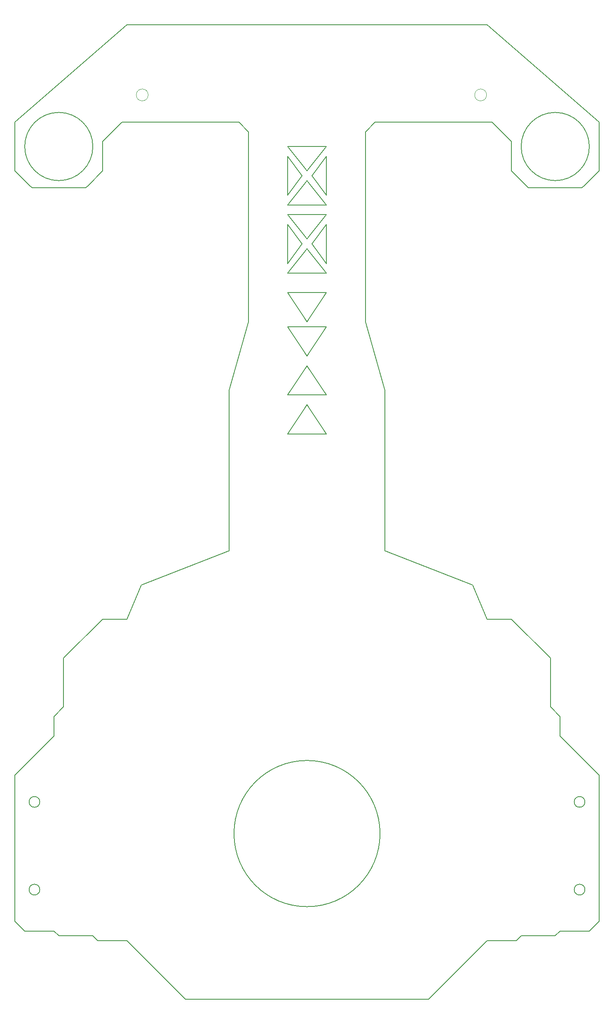
<source format=gbr>
G04 #@! TF.GenerationSoftware,KiCad,Pcbnew,(5.1.0)-1*
G04 #@! TF.CreationDate,2020-01-25T11:11:20-05:00*
G04 #@! TF.ProjectId,XLR8_V2,584c5238-5f56-4322-9e6b-696361645f70,rev?*
G04 #@! TF.SameCoordinates,Original*
G04 #@! TF.FileFunction,Profile,NP*
%FSLAX46Y46*%
G04 Gerber Fmt 4.6, Leading zero omitted, Abs format (unit mm)*
G04 Created by KiCad (PCBNEW (5.1.0)-1) date 2020-01-25 11:11:20*
%MOMM*%
%LPD*%
G04 APERTURE LIST*
%ADD10C,0.150000*%
%ADD11C,0.120000*%
G04 APERTURE END LIST*
D10*
X121000000Y-55700000D02*
X145000000Y-55700000D01*
X69000000Y-55700000D02*
X93000000Y-55700000D01*
X144000000Y-35700000D02*
X70000000Y-35700000D01*
X163500000Y-69200000D02*
X164000000Y-68700000D01*
X152500000Y-69200000D02*
X163500000Y-69200000D01*
X152000000Y-68700000D02*
X152500000Y-69200000D01*
X61500000Y-69200000D02*
X62000000Y-68700000D01*
X50500000Y-69200000D02*
X50000000Y-68700000D01*
X61500000Y-69200000D02*
X50500000Y-69200000D01*
X103000000Y-119700000D02*
X107000000Y-113700000D01*
X111000000Y-119700000D02*
X103000000Y-119700000D01*
X107000000Y-113700000D02*
X111000000Y-119700000D01*
X103000000Y-111700000D02*
X107000000Y-105700000D01*
X111000000Y-111700000D02*
X103000000Y-111700000D01*
X107000000Y-105700000D02*
X111000000Y-111700000D01*
X111000000Y-97700000D02*
X107000000Y-103700000D01*
X103000000Y-97700000D02*
X111000000Y-97700000D01*
X107000000Y-103700000D02*
X103000000Y-97700000D01*
X111000000Y-60700000D02*
X103000000Y-60700000D01*
X103000000Y-72700000D02*
X111000000Y-72700000D01*
X107000000Y-67700000D02*
X103000000Y-72700000D01*
X111000000Y-72700000D02*
X107000000Y-67700000D01*
X103000000Y-62700000D02*
X103000000Y-70700000D01*
X106000000Y-66700000D02*
X103000000Y-62700000D01*
X103000000Y-70700000D02*
X106000000Y-66700000D01*
X103000000Y-60700000D02*
X107000000Y-65700000D01*
X111000000Y-62700000D02*
X111000000Y-70700000D01*
X108000000Y-66700000D02*
X111000000Y-62700000D01*
X111000000Y-70700000D02*
X108000000Y-66700000D01*
X107000000Y-65700000D02*
X111000000Y-60700000D01*
X111000000Y-74700000D02*
X103000000Y-74700000D01*
X107000000Y-79700000D02*
X111000000Y-74700000D01*
X103000000Y-74700000D02*
X107000000Y-79700000D01*
X111000000Y-76700000D02*
X111000000Y-84700000D01*
X108000000Y-80700000D02*
X111000000Y-76700000D01*
X111000000Y-84700000D02*
X108000000Y-80700000D01*
X103000000Y-76700000D02*
X103000000Y-84700000D01*
X106000000Y-80700000D02*
X103000000Y-76700000D01*
X103000000Y-84700000D02*
X106000000Y-80700000D01*
X107000000Y-81700000D02*
X103000000Y-86700000D01*
X111000000Y-86700000D02*
X107000000Y-81700000D01*
X103000000Y-86700000D02*
X111000000Y-86700000D01*
X111000000Y-90700000D02*
X107000000Y-96700000D01*
X103000000Y-90700000D02*
X111000000Y-90700000D01*
X107000000Y-96700000D02*
X103000000Y-90700000D01*
X167000000Y-55700000D02*
X144000000Y-35700000D01*
X149000000Y-59700000D02*
X149000000Y-65700000D01*
X165000000Y-60700000D02*
G75*
G03X165000000Y-60700000I-7000000J0D01*
G01*
X167000000Y-65700000D02*
X167000000Y-55700000D01*
X164000000Y-68700000D02*
X167000000Y-65700000D01*
X145000000Y-55700000D02*
X149000000Y-59700000D01*
X149000000Y-65700000D02*
X152000000Y-68700000D01*
X47000000Y-55700000D02*
X70000000Y-35700000D01*
X47000000Y-65700000D02*
X47000000Y-55700000D01*
X50000000Y-68700000D02*
X47000000Y-65700000D01*
X63000000Y-60700000D02*
G75*
G03X63000000Y-60700000I-7000000J0D01*
G01*
X65000000Y-65700000D02*
X62000000Y-68700000D01*
X65000000Y-59700000D02*
X65000000Y-65700000D01*
X69000000Y-55700000D02*
X65000000Y-59700000D01*
X119000000Y-57700000D02*
X121000000Y-55700000D01*
X95000000Y-57700000D02*
X93000000Y-55700000D01*
D11*
X74370000Y-50120000D02*
G75*
G03X74370000Y-50120000I-1220000J0D01*
G01*
X143890000Y-50120000D02*
G75*
G03X143890000Y-50120000I-1220000J0D01*
G01*
D10*
X95000000Y-96700000D02*
X95000000Y-57700000D01*
X119000000Y-96700000D02*
X119000000Y-57700000D01*
X119000000Y-96700000D02*
X123000000Y-110700000D01*
X91000000Y-110700000D02*
X95000000Y-96700000D01*
X123000000Y-143700000D02*
X123000000Y-110700000D01*
X91000000Y-143700000D02*
X91000000Y-110700000D01*
X123000000Y-143700000D02*
X141000000Y-150700000D01*
X73000000Y-150700000D02*
X91000000Y-143700000D01*
X141000000Y-150700000D02*
X144000000Y-157700000D01*
X70000000Y-157700000D02*
X73000000Y-150700000D01*
X65000000Y-157700000D02*
X70000000Y-157700000D01*
X57000000Y-165700000D02*
X65000000Y-157700000D01*
X149000000Y-157700000D02*
X144000000Y-157700000D01*
X157000000Y-165700000D02*
X149000000Y-157700000D01*
X157000000Y-175700000D02*
X157000000Y-165700000D01*
X57000000Y-175700000D02*
X57000000Y-165700000D01*
X55000000Y-177700000D02*
X57000000Y-175700000D01*
X55000000Y-181700000D02*
X55000000Y-177700000D01*
X55000000Y-181700000D02*
X49000000Y-187700000D01*
X159000000Y-177700000D02*
X157000000Y-175700000D01*
X159000000Y-181700000D02*
X159000000Y-177700000D01*
X165000000Y-187700000D02*
X159000000Y-181700000D01*
X144000000Y-223700000D02*
X150000000Y-223700000D01*
X151000000Y-222700000D02*
X158000000Y-222700000D01*
X159000000Y-221700000D02*
X165000000Y-221700000D01*
X158000000Y-222700000D02*
X159000000Y-221700000D01*
X150000000Y-223700000D02*
X151000000Y-222700000D01*
X64000000Y-223700000D02*
X70000000Y-223700000D01*
X63000000Y-222700000D02*
X64000000Y-223700000D01*
X56000000Y-222700000D02*
X63000000Y-222700000D01*
X55000000Y-221700000D02*
X56000000Y-222700000D01*
X49000000Y-221700000D02*
X55000000Y-221700000D01*
X164100000Y-213200000D02*
G75*
G03X164100000Y-213200000I-1100000J0D01*
G01*
X164100000Y-195200000D02*
G75*
G03X164100000Y-195200000I-1100000J0D01*
G01*
X52100000Y-213200000D02*
G75*
G03X52100000Y-213200000I-1100000J0D01*
G01*
X52100000Y-195200000D02*
G75*
G03X52100000Y-195200000I-1100000J0D01*
G01*
X167000000Y-189700000D02*
X165000000Y-187700000D01*
X167000000Y-219700000D02*
X167000000Y-189700000D01*
X47000000Y-189700000D02*
X49000000Y-187700000D01*
X47000000Y-219700000D02*
X47000000Y-189700000D01*
X122000000Y-201700000D02*
G75*
G03X122000000Y-201700000I-15000000J0D01*
G01*
X165000000Y-221700000D02*
X167000000Y-219700000D01*
X49000000Y-221700000D02*
X47000000Y-219700000D01*
X82000000Y-235700000D02*
X70000000Y-223700000D01*
X132000000Y-235700000D02*
X144000000Y-223700000D01*
X132000000Y-235700000D02*
X82000000Y-235700000D01*
M02*

</source>
